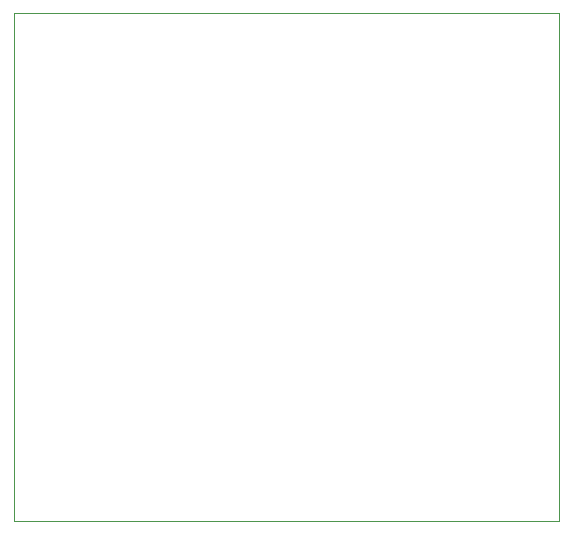
<source format=gbr>
%TF.GenerationSoftware,KiCad,Pcbnew,8.0.4*%
%TF.CreationDate,2024-12-31T00:11:05+04:00*%
%TF.ProjectId,Powerbank,506f7765-7262-4616-9e6b-2e6b69636164,rev?*%
%TF.SameCoordinates,Original*%
%TF.FileFunction,Profile,NP*%
%FSLAX46Y46*%
G04 Gerber Fmt 4.6, Leading zero omitted, Abs format (unit mm)*
G04 Created by KiCad (PCBNEW 8.0.4) date 2024-12-31 00:11:05*
%MOMM*%
%LPD*%
G01*
G04 APERTURE LIST*
%TA.AperFunction,Profile*%
%ADD10C,0.050000*%
%TD*%
G04 APERTURE END LIST*
D10*
X115200000Y-77450000D02*
X161350000Y-77450000D01*
X161350000Y-120500000D01*
X115200000Y-120500000D01*
X115200000Y-77450000D01*
M02*

</source>
